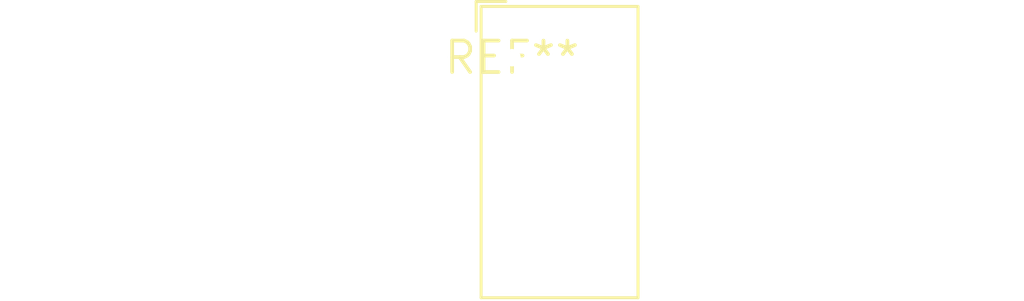
<source format=kicad_pcb>
(kicad_pcb (version 20240108) (generator pcbnew)
  (layers (0 "F.Cu" signal) (31 "B.Cu" signal) (34 "B.Paste" user) (35 "F.Paste" user) (36 "B.SilkS" user "B.Silkscreen") (37 "F.SilkS" user "F.Silkscreen") (38 "B.Mask" user) (39 "F.Mask" user) (44 "Edge.Cuts" user))
  (net 0 "")
  (footprint "Converter_DCDC_Murata_CRE1xxxxxxSC_THT" (layer "F.Cu") (at 0 0)
    (property "Reference" "REF**")
    (property "Value" "Converter_DCDC_Murata_CRE1xxxxxxSC_THT")
    (fp_line (start -1.45 -2.27) (end -1.45 -1.07) (layer "F.SilkS") (stroke (width 0.12)))
    (fp_line (start -1.25 -2.07) (end -1.25 9.7) (layer "F.SilkS") (stroke (width 0.12)))
    (fp_line (start -0.25 -2.27) (end -1.45 -2.27) (layer "F.SilkS") (stroke (width 0.12)))
    (fp_line (start 5.09 -2.07) (end -1.25 -2.07) (layer "F.SilkS") (stroke (width 0.12)))
    (fp_line (start 5.09 -2.07) (end 5.09 9.7) (layer "F.SilkS") (stroke (width 0.12)))
    (fp_line (start 5.09 9.7) (end -1.25 9.7) (layer "F.SilkS") (stroke (width 0.12)))
    (pad "1" thru_hole rect (at 0 0 270) (size 1.5 2) (drill 0.7) (layers *.Cu *.Mask) (remove_unused_layers))
    (pad "2" thru_hole oval (at 0 2.54 270) (size 1.5 2) (drill 0.7) (layers *.Cu *.Mask) (remove_unused_layers))
    (pad "3" thru_hole oval (at 0 5.08 270) (size 1.5 2) (drill 0.7) (layers *.Cu *.Mask) (remove_unused_layers))
    (pad "4" thru_hole oval (at 0 7.62 270) (size 1.5 2) (drill 0.7) (layers *.Cu *.Mask) (remove_unused_layers))
  )
)
</source>
